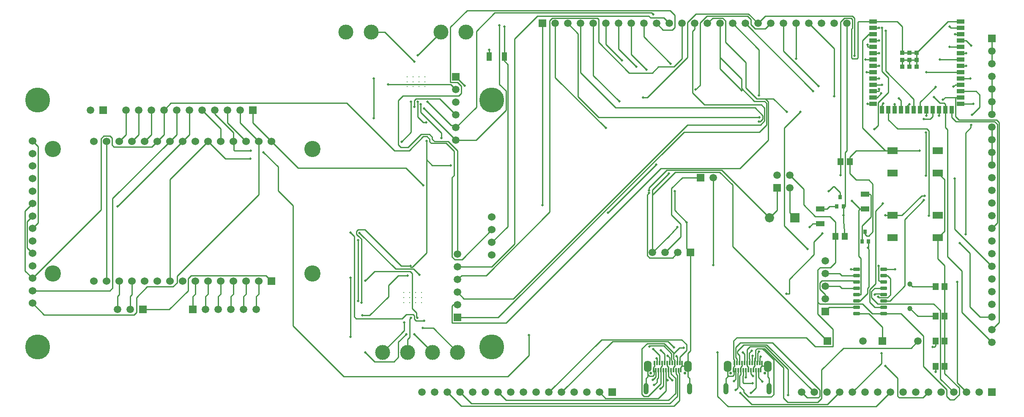
<source format=gbr>
G04*
G04 #@! TF.GenerationSoftware,Altium Limited,Altium Designer,23.1.1 (15)*
G04*
G04 Layer_Physical_Order=1*
G04 Layer_Color=255*
%FSLAX44Y44*%
%MOMM*%
G71*
G04*
G04 #@! TF.SameCoordinates,BB96B4BC-2DDC-42E6-90C6-D32D3C2E4667*
G04*
G04*
G04 #@! TF.FilePolarity,Positive*
G04*
G01*
G75*
%ADD12C,0.2540*%
%ADD14R,1.5000X0.9000*%
%ADD15R,0.9000X1.5000*%
%ADD16R,0.9000X0.9000*%
%ADD17R,0.3000X0.9500*%
%ADD18R,1.1500X1.4500*%
G04:AMPARAMS|DCode=19|XSize=1.31mm|YSize=0.62mm|CornerRadius=0.0775mm|HoleSize=0mm|Usage=FLASHONLY|Rotation=180.000|XOffset=0mm|YOffset=0mm|HoleType=Round|Shape=RoundedRectangle|*
%AMROUNDEDRECTD19*
21,1,1.3100,0.4650,0,0,180.0*
21,1,1.1550,0.6200,0,0,180.0*
1,1,0.1550,-0.5775,0.2325*
1,1,0.1550,0.5775,0.2325*
1,1,0.1550,0.5775,-0.2325*
1,1,0.1550,-0.5775,-0.2325*
%
%ADD19ROUNDEDRECTD19*%
G04:AMPARAMS|DCode=20|XSize=2.1mm|YSize=1.38mm|CornerRadius=0.1035mm|HoleSize=0mm|Usage=FLASHONLY|Rotation=180.000|XOffset=0mm|YOffset=0mm|HoleType=Round|Shape=RoundedRectangle|*
%AMROUNDEDRECTD20*
21,1,2.1000,1.1730,0,0,180.0*
21,1,1.8930,1.3800,0,0,180.0*
1,1,0.2070,-0.9465,0.5865*
1,1,0.2070,0.9465,0.5865*
1,1,0.2070,0.9465,-0.5865*
1,1,0.2070,-0.9465,-0.5865*
%
%ADD20ROUNDEDRECTD20*%
G04:AMPARAMS|DCode=21|XSize=0.94mm|YSize=1.77mm|CornerRadius=0.0658mm|HoleSize=0mm|Usage=FLASHONLY|Rotation=90.000|XOffset=0mm|YOffset=0mm|HoleType=Round|Shape=RoundedRectangle|*
%AMROUNDEDRECTD21*
21,1,0.9400,1.6384,0,0,90.0*
21,1,0.8084,1.7700,0,0,90.0*
1,1,0.1316,0.8192,0.4042*
1,1,0.1316,0.8192,-0.4042*
1,1,0.1316,-0.8192,-0.4042*
1,1,0.1316,-0.8192,0.4042*
%
%ADD21ROUNDEDRECTD21*%
G04:AMPARAMS|DCode=22|XSize=1.09mm|YSize=1.77mm|CornerRadius=0.0763mm|HoleSize=0mm|Usage=FLASHONLY|Rotation=90.000|XOffset=0mm|YOffset=0mm|HoleType=Round|Shape=RoundedRectangle|*
%AMROUNDEDRECTD22*
21,1,1.0900,1.6174,0,0,90.0*
21,1,0.9374,1.7700,0,0,90.0*
1,1,0.1526,0.8087,0.4687*
1,1,0.1526,0.8087,-0.4687*
1,1,0.1526,-0.8087,-0.4687*
1,1,0.1526,-0.8087,0.4687*
%
%ADD22ROUNDEDRECTD22*%
%ADD23R,0.7000X0.9000*%
G04:AMPARAMS|DCode=24|XSize=1.09mm|YSize=1.77mm|CornerRadius=0.0763mm|HoleSize=0mm|Usage=FLASHONLY|Rotation=180.000|XOffset=0mm|YOffset=0mm|HoleType=Round|Shape=RoundedRectangle|*
%AMROUNDEDRECTD24*
21,1,1.0900,1.6174,0,0,180.0*
21,1,0.9374,1.7700,0,0,180.0*
1,1,0.1526,-0.4687,0.8087*
1,1,0.1526,0.4687,0.8087*
1,1,0.1526,0.4687,-0.8087*
1,1,0.1526,-0.4687,-0.8087*
%
%ADD24ROUNDEDRECTD24*%
G04:AMPARAMS|DCode=25|XSize=0.94mm|YSize=1.77mm|CornerRadius=0.0658mm|HoleSize=0mm|Usage=FLASHONLY|Rotation=180.000|XOffset=0mm|YOffset=0mm|HoleType=Round|Shape=RoundedRectangle|*
%AMROUNDEDRECTD25*
21,1,0.9400,1.6384,0,0,180.0*
21,1,0.8084,1.7700,0,0,180.0*
1,1,0.1316,-0.4042,0.8192*
1,1,0.1316,0.4042,0.8192*
1,1,0.1316,0.4042,-0.8192*
1,1,0.1316,-0.4042,-0.8192*
%
%ADD25ROUNDEDRECTD25*%
%ADD41C,0.3000*%
%ADD55C,1.5000*%
%ADD56R,1.5000X1.5000*%
%ADD57C,3.0000*%
%ADD58C,1.5240*%
%ADD59C,5.0000*%
%ADD60C,1.0300*%
%ADD61R,1.5000X1.5000*%
%ADD62C,0.5500*%
%ADD63O,1.0000X2.3000*%
%ADD64O,1.6000X2.3000*%
%ADD65R,1.5300X1.5300*%
%ADD66C,1.5300*%
%ADD67C,3.2500*%
%ADD68C,1.8500*%
%ADD69R,1.8500X1.8500*%
%ADD70C,0.5000*%
D12*
X714471Y356322D02*
X787075Y283718D01*
X805942D01*
Y281218D02*
X809284D01*
X837790Y309723D02*
Y496530D01*
X809284Y281218D02*
X837790Y309723D01*
X805942Y281218D02*
Y283718D01*
X811744Y277408D02*
X823722Y265430D01*
X776060Y277408D02*
X811744D01*
X703456Y350012D02*
X776060Y277408D01*
X761810Y244412D02*
X781357Y263959D01*
X761810Y221930D02*
Y244412D01*
X781357Y263959D02*
X800060D01*
X724030Y184150D02*
X761810Y221930D01*
X804926Y272288D02*
X809120Y268094D01*
X715690Y253958D02*
X734020Y272288D01*
X804926D01*
X809120Y198284D02*
Y268094D01*
X830202Y158750D02*
X851250D01*
X900000Y256200D02*
X908214Y264414D01*
X894464Y296164D02*
X908964D01*
X900000Y230800D02*
X912868Y217932D01*
X851250Y158750D02*
X900000Y110000D01*
X889130Y203200D02*
X891330Y205400D01*
X900000D01*
X889130Y169164D02*
Y203200D01*
Y301498D02*
X894464Y296164D01*
X809120Y198284D02*
X817452Y189952D01*
X797650Y186142D02*
X811152D01*
X793626Y153626D02*
Y170434D01*
X804294Y177292D02*
X806834Y179832D01*
X804294Y140208D02*
Y177292D01*
X800000Y135914D02*
X804294Y140208D01*
X800000Y110000D02*
Y135914D01*
X817452Y182131D02*
X819750Y179832D01*
X817452Y182131D02*
Y189952D01*
X816994Y173228D02*
X832742D01*
X813438Y176784D02*
X816994Y173228D01*
X813438Y176784D02*
Y183856D01*
X811152Y186142D02*
X813438Y183856D01*
X813250Y146750D02*
X850000Y110000D01*
X734232Y91694D02*
X772544D01*
X781688Y100838D01*
X709290Y184150D02*
X724030D01*
X685640Y350266D02*
X693042Y342864D01*
X702064Y342480D02*
X702385D01*
X697146Y352626D02*
X700842Y356322D01*
X697146Y347398D02*
X702064Y342480D01*
X697146Y347398D02*
Y352626D01*
X700662Y213360D02*
Y335280D01*
X700842Y356322D02*
X714471D01*
X702385Y342480D02*
X707774Y337092D01*
Y210312D02*
Y337092D01*
X781688Y100838D02*
Y130810D01*
X797690Y146812D01*
X750000Y110000D02*
X793626Y153626D01*
X693042Y181864D02*
X697106Y177800D01*
X789308D01*
X797650Y186142D01*
X685640Y141260D02*
Y260096D01*
X693042Y181864D02*
Y342864D01*
X830960Y571726D02*
X837410D01*
X820042Y582644D02*
X830960Y571726D01*
X826614Y591445D02*
X867410Y550649D01*
Y539710D02*
Y550649D01*
X452120Y515874D02*
Y532050D01*
X450890Y533280D02*
X452120Y532050D01*
X453644Y514350D02*
X486156D01*
X452120Y515874D02*
X453644Y514350D01*
X511556Y511302D02*
X540512Y482346D01*
Y434594D02*
Y482346D01*
Y434594D02*
X570230Y404876D01*
Y163576D02*
Y404876D01*
Y163576D02*
X672084Y61722D01*
X1000506D01*
X1043178Y104394D01*
Y144526D01*
X1360170Y566420D02*
X1506604D01*
X1011682Y217932D02*
X1360170Y566420D01*
X912868Y217932D02*
X1011682D01*
X1559052Y227838D02*
X1564132D01*
Y256540D01*
X1558798Y228092D02*
X1559052Y227838D01*
X1564132Y256540D02*
X1613662Y306070D01*
Y331470D01*
X1630680Y348488D01*
X1925906Y201598D02*
Y309294D01*
X1907500Y634399D02*
X1908169Y633730D01*
X1938782D02*
X1945640Y626872D01*
X1908169Y633730D02*
X1938782D01*
X1930146Y586740D02*
X1945640Y602234D01*
Y626872D01*
X1927860Y561086D02*
Y565912D01*
X1928368Y566420D01*
X1917192Y550418D02*
X1927860Y561086D01*
X1917192Y347218D02*
Y550418D01*
X1722557Y319929D02*
X1722740Y319746D01*
X1722557Y319929D02*
Y332797D01*
X1722740Y332980D01*
X1722845Y317283D02*
Y319275D01*
X1723791Y241111D02*
Y316337D01*
X1722374Y319746D02*
X1722845Y319275D01*
Y317283D02*
X1723791Y316337D01*
X1721274Y238594D02*
X1723791Y241111D01*
X1666240Y421980D02*
Y431038D01*
X1654465Y442813D02*
X1666240Y431038D01*
X1652361Y442813D02*
X1654465D01*
X1642872Y433324D02*
X1652361Y442813D01*
X1605026Y361696D02*
X1611160Y367830D01*
X1626240D01*
X1905508Y329692D02*
X1925906Y309294D01*
Y201598D02*
X1946304Y181200D01*
X1970000D01*
X1324620Y89345D02*
X1324859D01*
X1317359Y57419D02*
Y74581D01*
Y33005D02*
Y57419D01*
X1756470Y514880D02*
X1770740D01*
X1698217D02*
X1756470D01*
X1621412Y211074D02*
Y275590D01*
Y186944D02*
Y211074D01*
X1509860Y82550D02*
Y82763D01*
Y82550D02*
X1521711D01*
X1440511Y65024D02*
Y82323D01*
Y60766D02*
Y65024D01*
X1361711Y82550D02*
Y107916D01*
X1349860Y82550D02*
Y82763D01*
Y82550D02*
X1361711D01*
X1280511Y66835D02*
Y82323D01*
Y60766D02*
Y66835D01*
X1679832Y514858D02*
Y770000D01*
X1672740Y402844D02*
X1675768D01*
X1672740Y373848D02*
Y384810D01*
Y402844D02*
Y402980D01*
Y384810D02*
Y402844D01*
X1333737Y108311D02*
X1344552Y119126D01*
X1332240Y106814D02*
X1333737Y108311D01*
X1290590Y425844D02*
Y436258D01*
Y310790D02*
Y425844D01*
X1876682Y621699D02*
X1897256D01*
X887112Y565150D02*
X896790D01*
X1468504Y640080D02*
X1494666Y613918D01*
X1425600Y701548D02*
Y770000D01*
Y678626D02*
Y701548D01*
X1516256Y619252D02*
X1532258D01*
X837790Y496530D02*
Y534456D01*
X1510708Y117816D02*
X1514717D01*
X1499860Y91948D02*
X1500820D01*
X323890Y457080D02*
X400090Y533280D01*
X323890Y253280D02*
Y457080D01*
X434768Y498602D02*
X485016D01*
X400090Y533280D02*
X434768Y498602D01*
X1750190Y673608D02*
Y761492D01*
Y673608D02*
X1762636Y661162D01*
Y631698D02*
Y661162D01*
X1742570Y611632D02*
X1762636Y631698D01*
X1742570Y565404D02*
Y611632D01*
X1734950Y557784D02*
X1742570Y565404D01*
X1070232Y405130D02*
Y769768D01*
X1070000Y770000D02*
X1070232Y769768D01*
X1853809Y622300D02*
X1865546Y610563D01*
X1874155D01*
X1877150Y607568D01*
Y596500D02*
Y607568D01*
X286800Y546990D02*
Y596240D01*
X273090Y533280D02*
X286800Y546990D01*
X1866776Y57024D02*
X1893800Y30000D01*
X1866776Y57024D02*
Y194310D01*
X1853568Y207518D02*
X1866776Y194310D01*
X1741195Y207518D02*
X1853568D01*
X1728894Y219820D02*
X1741195Y207518D01*
X1728894Y219820D02*
Y232440D01*
X1735283Y238830D01*
X1753740D01*
X1322359Y61562D02*
Y74581D01*
Y61562D02*
X1330074Y53848D01*
X1900558Y48642D02*
X1919200Y30000D01*
X1900558Y48642D02*
Y251460D01*
X1743402Y254000D02*
Y283464D01*
Y254000D02*
X1753740Y251530D01*
X1302388Y18034D02*
X1317359Y33005D01*
X1196565Y18034D02*
X1302388D01*
X1184600Y30000D02*
X1196565Y18034D01*
X1317359Y57419D02*
X1320676Y54102D01*
X1320795Y103632D02*
X1324620Y99808D01*
Y89345D02*
Y99808D01*
Y89345D02*
X1324859Y88581D01*
X1698740Y226130D02*
X1708026D01*
Y298450D01*
X1703454Y303022D02*
X1708026Y298450D01*
X1703454Y303022D02*
Y395102D01*
X1706182Y397830D01*
X1716240D01*
X1690246Y413766D02*
X1706182Y397830D01*
X1685241Y501904D02*
X1698217Y514880D01*
X1685241Y492480D02*
Y501904D01*
X1095400Y661394D02*
X1196789Y560005D01*
X1095400Y661394D02*
Y770000D01*
X1753740Y188030D02*
X1787966D01*
X1832740Y143256D01*
Y82042D02*
Y143256D01*
Y82042D02*
X1879222Y35560D01*
Y21844D02*
Y35560D01*
Y21844D02*
X1886080Y14986D01*
X1894208D01*
X1904622Y25400D01*
Y38690D01*
X1875240Y68072D02*
X1904622Y38690D01*
X1875240Y68072D02*
Y82480D01*
X1861740Y340080D02*
X1874904Y353244D01*
Y456917D01*
X1861740Y470080D02*
X1874904Y456917D01*
X1334900Y394920D02*
Y433801D01*
Y394920D02*
X1359030Y370790D01*
X1366790Y112995D02*
Y310790D01*
X1361711Y107916D02*
X1366790Y112995D01*
X1770740Y384880D02*
X1789910D01*
X1829210Y424180D01*
X1835210D01*
X1907500Y608999D02*
X1933163D01*
X1672740Y373848D02*
X1675240Y342480D01*
X1887789Y761400D02*
X1907500D01*
X1885157Y764032D02*
X1887789Y761400D01*
X1603400Y770000D02*
X1653924Y719476D01*
Y624332D02*
Y719476D01*
X1750150Y607234D02*
X1752476Y609560D01*
X1750150Y596500D02*
Y607234D01*
X1732500Y659799D02*
X1743840D01*
X1247800Y707622D02*
X1278258Y677164D01*
X1247800Y707622D02*
Y770000D01*
X1851750Y583184D02*
Y596500D01*
X1846670Y578104D02*
X1851750Y583184D01*
X1833502Y578104D02*
X1846670D01*
X1503810Y573278D02*
X1506350D01*
X1511136Y578064D01*
Y585216D01*
X1495642Y600710D02*
X1511136Y585216D01*
X1216536Y600710D02*
X1495642D01*
X1146200Y671046D02*
X1216536Y600710D01*
X1146200Y671046D02*
Y770000D01*
X1120800D02*
X1141352Y749448D01*
Y623158D02*
Y749448D01*
Y623158D02*
X1183104Y581406D01*
X1504826D01*
X1864450Y585216D02*
Y596500D01*
X1762850Y576874D02*
Y596500D01*
Y576874D02*
X1780924Y558800D01*
X1840106D01*
X1844170Y554736D01*
Y384400D02*
Y554736D01*
X1897128Y647100D02*
X1907500D01*
X1893065Y643036D02*
X1897128Y647100D01*
X908964Y296164D02*
X968810Y356010D01*
X889130Y301498D02*
Y461010D01*
X892940Y464820D01*
Y514096D01*
X877446Y529590D02*
X892940Y514096D01*
X847147Y529590D02*
X877446D01*
X844353Y532384D02*
X847147Y529590D01*
X844353Y532384D02*
Y537972D01*
X839019Y543306D02*
X844353Y537972D01*
X831479Y543306D02*
X839019D01*
X803031Y514858D02*
X831479Y543306D01*
X773560Y514858D02*
X803031D01*
X678310Y610108D02*
X773560Y514858D01*
X326067Y610108D02*
X678310D01*
X312199Y596240D02*
X326067Y610108D01*
X312199Y546990D02*
Y596240D01*
X298490Y533280D02*
X312199Y546990D01*
X33912Y393912D02*
X48810Y408810D01*
X33912Y273708D02*
Y393912D01*
Y273708D02*
X48810Y258810D01*
X1344552Y119126D02*
X1352680D01*
X1332240Y99681D02*
X1332710Y99211D01*
Y96495D02*
Y99211D01*
Y96495D02*
X1334860Y94345D01*
Y88581D02*
Y94345D01*
X1307360Y47141D02*
Y74581D01*
X1282063Y21844D02*
X1307360Y47141D01*
X1273686Y21844D02*
X1282063D01*
X1269114Y26416D02*
X1273686Y21844D01*
X1269114Y26416D02*
Y117558D01*
X1279640Y128084D01*
X1313964D01*
X1333737Y108311D01*
X1332240Y99681D02*
Y106814D01*
X1644490Y200730D02*
X1698740D01*
X1636240Y192480D02*
X1644490Y200730D01*
X1907500Y659799D02*
X1927062D01*
X362999Y546990D02*
Y596240D01*
X349290Y533280D02*
X362999Y546990D01*
X219107Y403098D02*
X349290Y533280D01*
X1907500Y685200D02*
X1918846D01*
X1895224Y357576D02*
Y458724D01*
Y357576D02*
X1970000Y282800D01*
X1290590Y436258D02*
X1322962Y468630D01*
X1450724Y322497D02*
X1640740Y132480D01*
X1450724Y322497D02*
Y446024D01*
X1425188Y471560D02*
X1450724Y446024D01*
X1336306Y471560D02*
X1425188D01*
X1290590Y425844D02*
X1336306Y471560D01*
X1290590Y310790D02*
X1322962Y343162D01*
X1340488Y361290D01*
X1742062Y221488D02*
X1743840Y219710D01*
X1761366D01*
X1767208Y225552D01*
Y258064D01*
X1761042Y264230D02*
X1767208Y258064D01*
X1753740Y264230D02*
X1761042D01*
X1821840Y182480D02*
X1857240D01*
X1806240Y198080D02*
X1821840Y182480D01*
X1753740Y276930D02*
X1776190D01*
X1810641Y242480D02*
X1857240D01*
X1806240Y246880D02*
X1810641Y242480D01*
X1294006Y44704D02*
X1299607Y50305D01*
Y56388D01*
X1302359Y59141D01*
Y74581D01*
X981400Y30000D02*
X997176Y14224D01*
X1322708D01*
X1336384Y27900D01*
Y58032D01*
X1327360Y67056D02*
X1336384Y58032D01*
X1327360Y67056D02*
Y74581D01*
X1284100Y121666D02*
X1285584Y123150D01*
X1312881D01*
X1328430Y107602D01*
Y96228D02*
Y107602D01*
Y96228D02*
X1329859Y88581D01*
X1298578Y98298D02*
X1299861Y97015D01*
Y88581D02*
Y97015D01*
X1897256Y621699D02*
X1907500D01*
X1897256Y583184D02*
Y621699D01*
Y583184D02*
X1903660Y576780D01*
X1979552D01*
X1984580Y571752D01*
Y170380D02*
Y571752D01*
X1970000Y155800D02*
X1984580Y170380D01*
X1871856Y616874D02*
X1876682Y621699D01*
X968810Y330610D02*
X1000891Y362690D01*
Y687252D01*
X993460Y694682D02*
X1000891Y687252D01*
X993460Y694682D02*
Y703810D01*
X48810Y233810D02*
X203713D01*
X209426Y239522D01*
Y418816D01*
X323890Y533280D01*
X337599Y546990D02*
Y596240D01*
X323890Y533280D02*
X337599Y546990D01*
X48810Y208810D02*
X72200Y185420D01*
X252352D01*
X257432Y190500D01*
Y220472D01*
X278768Y241808D01*
X330076D01*
X338204Y249936D01*
Y263488D01*
X501690Y426974D01*
Y533280D01*
X1866014Y697899D02*
X1907500D01*
X1554610Y560832D02*
X1586360Y592582D01*
X1554610Y363982D02*
Y560832D01*
Y363982D02*
X1601346Y317246D01*
X464599Y570370D02*
Y596240D01*
Y570370D02*
X501690Y533280D01*
X1885318Y723299D02*
X1907500D01*
X1837820Y464625D02*
Y550926D01*
X1753740Y213430D02*
X1765684D01*
X1795656Y243402D01*
Y376936D01*
X1834010Y415290D01*
X1918177Y736000D02*
X1929006Y725170D01*
X1907500Y736000D02*
X1918177D01*
X261399Y546990D02*
Y596240D01*
X247690Y533280D02*
X261399Y546990D01*
X236000D02*
Y596240D01*
X222290Y533280D02*
X236000Y546990D01*
X515956Y264414D02*
X527090Y253280D01*
X366144Y264414D02*
X515956D01*
X360302Y258572D02*
X366144Y264414D01*
X360302Y233680D02*
Y258572D01*
X322862Y196240D02*
X360302Y233680D01*
X270000Y196240D02*
X322862D01*
X1743748Y710600D02*
X1743840Y710692D01*
X1732500Y710600D02*
X1743748D01*
X1516430Y759230D02*
X1527200Y770000D01*
X1495936Y759230D02*
X1516430D01*
X1487300Y767866D02*
X1495936Y759230D01*
X1487300Y767866D02*
Y778256D01*
X1480976Y784580D02*
X1487300Y778256D01*
X1399136Y784580D02*
X1480976D01*
X1385700Y771144D02*
X1399136Y784580D01*
X1385700Y646176D02*
Y771144D01*
X1376810Y637286D02*
X1385700Y646176D01*
X1717263Y697899D02*
X1732500D01*
X1695326Y705358D02*
Y780262D01*
X1691008Y784580D02*
X1695326Y780262D01*
X1516380Y784580D02*
X1691008D01*
X1501800Y770000D02*
X1516380Y784580D01*
X1482622Y789178D02*
X1501800Y770000D01*
X1377572Y789178D02*
X1482622D01*
X1360300Y771906D02*
X1377572Y789178D01*
X1360300Y701787D02*
Y771906D01*
X1280051Y621538D02*
X1360300Y701787D01*
X1271654Y621538D02*
X1280051D01*
X1826350Y611846D02*
X1857124Y642620D01*
X1826350Y596500D02*
Y611846D01*
X908214Y264414D02*
X957456D01*
X1084630Y391588D01*
Y775864D01*
X1089536Y780770D01*
X1179856D01*
X1182371Y778256D01*
Y732158D02*
Y778256D01*
Y732158D02*
X1243968Y670560D01*
X1289942D01*
X1302388Y683006D01*
X1333082D01*
X1349400Y699324D01*
Y770000D01*
X1288820Y791464D02*
X1291894Y788390D01*
X974728Y791464D02*
X1288820D01*
X937898Y754634D02*
X974728Y791464D01*
X937898Y602299D02*
Y754634D01*
X896790Y561190D02*
X937898Y602299D01*
X1839050Y585216D02*
Y596500D01*
X1312911Y781090D02*
X1324000Y770000D01*
X1286574Y781090D02*
X1312911D01*
X1282550Y785114D02*
X1286574Y781090D01*
X1060072Y785114D02*
X1282550D01*
X1014098Y739140D02*
X1060072Y785114D01*
X1014098Y327406D02*
Y739140D01*
X968292Y281600D02*
X1014098Y327406D01*
X900000Y281600D02*
X968292D01*
X833114Y599466D02*
X896790Y535790D01*
X1298600Y770000D02*
X1311426Y757174D01*
X1330074D01*
X1334900Y762000D01*
Y786384D01*
X1325502Y795782D02*
X1334900Y786384D01*
X919102Y795782D02*
X1325502D01*
X885828Y762508D02*
X919102Y795782D01*
X885828Y652018D02*
Y762508D01*
Y652018D02*
X899798D01*
X907672Y644144D01*
Y629920D02*
Y644144D01*
X902592Y624840D02*
X907672Y629920D01*
X790578Y624840D02*
X902592D01*
X781434Y615696D02*
X790578Y624840D01*
X781434Y526288D02*
Y615696D01*
Y526288D02*
X786514Y521208D01*
X800588D01*
X827063Y547683D01*
X843747D01*
X849252Y542178D01*
Y537972D02*
Y542178D01*
Y537972D02*
X853824Y533400D01*
X881256D01*
X900000Y514656D01*
Y307000D02*
Y514656D01*
X826614Y591445D02*
Y607568D01*
X820114Y706114D02*
X866789Y752790D01*
X1565400Y390000D02*
Y440000D01*
Y390000D02*
X1575400Y380000D01*
X1412190Y285390D02*
Y460790D01*
X1425600Y678626D02*
X1468504Y635722D01*
X1783932Y620014D02*
X1788250Y615696D01*
Y596500D02*
Y615696D01*
X900000Y180000D02*
X981500D01*
X1353402Y551902D01*
X1504064D01*
X1518756Y566595D01*
Y610148D01*
X1514986Y613918D02*
X1518756Y610148D01*
X1494666Y613918D02*
X1514986D01*
X1468504Y640080D02*
Y658644D01*
X1425600Y701548D02*
X1468504Y658644D01*
X886226Y647954D02*
X896790Y637390D01*
X761440Y647954D02*
X886226D01*
X1800950Y596500D02*
Y605536D01*
X1805054Y607822D01*
X1532258Y619252D02*
X1559182Y592328D01*
X1436500Y732536D02*
X1477140Y691896D01*
X1430912Y780770D02*
X1436500Y775182D01*
X1400200Y770000D02*
X1410970Y780770D01*
X1283789Y435513D02*
Y439914D01*
X1319245Y475370D01*
X1429230D01*
X1524600Y380000D01*
X1540000Y395401D02*
Y440000D01*
X1524600Y380000D02*
X1540000Y395401D01*
X1808132Y118872D02*
X1821740Y132480D01*
X1672720Y118872D02*
X1808132D01*
X1628980Y75132D02*
X1672720Y118872D01*
X1628980Y17728D02*
Y75132D01*
X1621666Y10414D02*
X1628980Y17728D01*
X1560960Y10414D02*
X1621666D01*
X1552832Y18542D02*
X1560960Y10414D01*
X1552832Y18542D02*
Y79702D01*
X1514717Y117816D02*
X1552832Y79702D01*
X1494860Y88581D02*
X1497010Y100504D01*
X1690600Y30000D02*
X1748920Y88320D01*
Y108712D01*
X1489859Y102889D02*
X1490602Y103632D01*
X1489859Y88581D02*
Y102889D01*
X1497360Y69048D02*
Y74581D01*
Y69048D02*
X1497735Y68674D01*
Y38883D02*
Y68674D01*
X1487300Y28448D02*
X1497735Y38883D01*
X1466472Y28448D02*
X1489332Y5588D01*
X1640788D01*
X1665200Y30000D01*
X1459861Y88581D02*
Y97114D01*
X1456860Y100116D02*
X1459861Y97114D01*
X1456860Y100116D02*
Y119888D01*
X1466250Y129279D01*
X1530435D01*
X1625170Y34544D01*
Y22300D02*
Y34544D01*
X1621920Y19050D02*
X1625170Y22300D01*
X1599950Y19050D02*
X1621920D01*
X1589000Y30000D02*
X1599950Y19050D01*
X1499860Y88581D02*
Y91948D01*
X1500820D02*
Y108516D01*
X1503810Y111506D01*
X1467360Y66040D02*
Y74581D01*
X1464981Y63661D02*
X1467360Y66040D01*
X1464981Y42560D02*
Y63661D01*
Y42560D02*
X1472782Y34758D01*
Y30480D02*
Y34758D01*
Y30480D02*
X1482180Y21082D01*
X1528448D01*
X1533020Y25654D01*
Y95504D01*
X1510708Y117816D02*
X1533020Y95504D01*
X1500000Y117816D02*
X1510708D01*
X1497010Y114826D02*
X1500000Y117816D01*
X1497010Y100504D02*
Y114826D01*
X1494860Y98354D02*
X1497010Y100504D01*
X1494860Y88581D02*
Y98354D01*
X1561722Y24892D02*
Y76200D01*
X1516296Y121626D02*
X1561722Y76200D01*
X1485662Y121626D02*
X1516296D01*
X1479860Y115824D02*
X1485662Y121626D01*
X1479860Y88581D02*
Y115824D01*
X1484860Y88581D02*
Y96902D01*
X1484292Y97470D02*
X1484860Y96902D01*
X1484292Y97470D02*
Y108799D01*
X1488924Y113431D01*
X1518964Y125436D02*
X1614400Y30000D01*
X1473453Y125436D02*
X1518964D01*
X1460670Y112653D02*
X1473453Y125436D01*
X1460670Y108372D02*
Y112653D01*
Y108372D02*
X1464862Y104180D01*
Y88581D02*
Y104180D01*
X1454861Y88581D02*
Y94494D01*
X1453050Y96306D02*
X1454861Y94494D01*
X1453050Y96306D02*
Y133644D01*
X1459360Y139954D01*
X1598044D01*
X1616332Y121666D01*
X1651638D01*
Y156718D01*
X1621412Y186944D02*
X1651638Y156718D01*
X1621412Y275590D02*
X1625984Y280162D01*
X1646826D02*
X1657240Y290576D01*
X1504860Y88581D02*
Y99094D01*
X1507366Y101600D01*
X1756540Y83058D02*
X1781178Y58420D01*
Y22352D02*
Y58420D01*
Y22352D02*
X1784480Y19050D01*
X1832050D01*
X1843000Y30000D01*
X1472822Y48514D02*
X1490856D01*
X1471044Y50292D02*
X1472822Y48514D01*
X1471044Y50292D02*
Y62692D01*
X1472360Y64008D01*
Y74581D01*
X1324859Y88581D02*
Y89345D01*
X1477359Y59690D02*
Y74581D01*
X1487360Y66802D02*
Y74581D01*
Y66802D02*
X1491424Y62738D01*
X1457361Y56674D02*
Y74581D01*
X1453264Y52578D02*
X1457361Y56674D01*
X796928Y480060D02*
X831472Y445516D01*
X580310Y480060D02*
X796928D01*
X527090Y533280D02*
X580310Y480060D01*
X1698740Y213430D02*
X1706064D01*
X1721274Y228640D01*
Y238594D01*
X1857240Y123952D02*
Y132480D01*
X1854700Y121412D02*
X1857240Y123952D01*
X1851536Y121412D02*
X1854700D01*
X1735204Y226130D02*
X1735840D01*
X1737591Y227881D01*
X1746710D01*
X1748461Y226130D01*
X1753740D01*
X1736982Y393700D02*
X1752044Y408762D01*
X1736982Y248149D02*
Y393700D01*
X1725084Y236250D02*
X1736982Y248149D01*
X1725084Y211149D02*
Y236250D01*
Y211149D02*
X1735502Y200730D01*
X1753740D01*
X889130Y169164D02*
X997080D01*
X1307096Y479180D01*
X1465592D01*
X1522606Y536194D01*
Y612902D01*
X1516256Y619252D02*
X1522606Y612902D01*
X1498984Y619252D02*
X1516256D01*
X1477140Y641096D02*
X1498984Y619252D01*
X1477140Y641096D02*
Y691896D01*
X1436500Y732536D02*
Y775182D01*
X1410970Y780770D02*
X1430912D01*
X48810Y258810D02*
X185804Y395804D01*
Y538734D01*
X191392Y544322D01*
X203584D01*
X207902Y540004D01*
Y526288D02*
Y540004D01*
Y526288D02*
X211966Y522224D01*
X287433D01*
X298490Y533280D01*
X849111Y485209D02*
X886557D01*
X837790Y496530D02*
X849111Y485209D01*
X1756610Y384880D02*
X1770740D01*
X1698740Y188030D02*
X1723520D01*
X1750740Y160810D01*
Y132480D02*
Y160810D01*
X1703200Y774100D02*
X1732500D01*
X1701676Y772576D02*
X1703200Y774100D01*
X1701676Y701040D02*
Y772576D01*
X1699644Y699008D02*
X1701676Y701040D01*
X1691008Y699008D02*
X1699644D01*
X1688976Y701040D02*
X1691008Y699008D01*
X1688976Y701040D02*
Y759206D01*
X1690370Y760601D01*
Y778256D01*
X1687856Y780770D02*
X1690370Y778256D01*
X1674752Y780770D02*
X1687856D01*
X1667240Y773258D02*
X1674752Y780770D01*
X1667240Y492480D02*
Y773258D01*
X1315990Y310790D02*
X1346838Y341638D01*
Y367792D01*
X1328550Y386080D02*
X1346838Y367792D01*
X1328550Y386080D02*
Y439166D01*
X1350174Y460790D01*
X1386790D01*
X1552600Y714734D02*
Y770000D01*
Y714734D02*
X1622936Y644398D01*
X1306732Y114554D02*
X1314485Y106801D01*
Y97697D02*
Y106801D01*
Y97697D02*
X1314860Y97322D01*
Y88581D02*
Y97322D01*
X1339860Y88581D02*
Y100825D01*
X1338710Y101974D02*
X1339860Y100825D01*
X1321624Y131894D02*
X1333630Y119888D01*
X1210293Y131894D02*
X1321624D01*
X1108400Y30000D02*
X1210293Y131894D01*
X1657240Y290576D02*
Y342480D01*
X1625984Y280162D02*
X1646826D01*
X1621412Y211074D02*
X1625476Y207010D01*
X1711144D01*
X1730124Y188030D01*
X1753740D01*
X1506604Y566420D02*
X1514946Y574762D01*
Y600496D01*
X1508382Y607060D02*
X1514946Y600496D01*
X1394336Y607060D02*
X1508382D01*
X1370460Y630936D02*
X1394336Y607060D01*
X1370460Y630936D02*
Y754126D01*
X1374800Y758466D01*
Y770000D01*
X1775550Y596500D02*
Y607742D01*
X1775590Y607782D01*
X1503556Y625602D02*
Y717444D01*
X1451000Y770000D02*
X1503556Y717444D01*
X1171600Y665712D02*
Y770000D01*
Y665712D02*
X1223902Y613410D01*
X1721234Y608838D02*
X1721396Y608999D01*
X1732500D01*
X1201296Y390144D02*
X1297816Y486664D01*
X1732500Y621699D02*
X1740284D01*
X1748412Y629827D01*
X1197000Y727942D02*
X1229236Y695706D01*
X1197000Y727942D02*
Y770000D01*
X1732500Y634399D02*
X1743748D01*
X1743840Y634492D01*
Y638556D01*
X1476400Y770000D02*
X1611908Y634492D01*
X896790Y535790D02*
X936732D01*
X997081Y596138D01*
Y634745D01*
X983872Y647954D02*
X997081Y634745D01*
X983872Y647954D02*
Y766318D01*
X1578000Y699516D02*
Y770000D01*
X896790Y662790D02*
X914276Y645304D01*
X787790Y532384D02*
X807114Y551708D01*
Y612648D01*
X864128Y619252D02*
X896790Y586590D01*
X817248Y619252D02*
X864128D01*
X813692Y615696D02*
X817248Y619252D01*
X813692Y602742D02*
Y615696D01*
X1907500Y710600D02*
X1918846D01*
X1732500Y647100D02*
X1750190D01*
X1222400Y718798D02*
X1257684Y683514D01*
X1222400Y718798D02*
Y770000D01*
X1732500Y685200D02*
X1743840D01*
X1721234Y723392D02*
Y727456D01*
Y723392D02*
X1721326Y723299D01*
X1732500D01*
X1757302Y674370D02*
Y755142D01*
Y674370D02*
X1813650Y618022D01*
Y596500D02*
Y618022D01*
X1710856Y560495D02*
X1756470Y514880D01*
X1710856Y560495D02*
Y736035D01*
X1723520Y748699D01*
X1732500D01*
X1896240D02*
X1907500D01*
X1770740Y514880D02*
X1825431D01*
X1877150Y561380D02*
Y596500D01*
Y561380D02*
X1881508Y557022D01*
Y302260D02*
Y557022D01*
Y302260D02*
X1909956Y273812D01*
Y190444D02*
Y273812D01*
Y190444D02*
X1970000Y130400D01*
X1502360Y60124D02*
Y74581D01*
Y60124D02*
X1510668Y51816D01*
X1457074Y34384D02*
X1461171Y38481D01*
Y68326D01*
X1462360Y69515D01*
Y74581D01*
X1344860Y88581D02*
Y100330D01*
X1358990Y114460D01*
Y125730D01*
X1349017Y135704D02*
X1358990Y125730D01*
X1188703Y135704D02*
X1349017D01*
X1083000Y30000D02*
X1188703Y135704D01*
X1291825Y116840D02*
X1304888Y103777D01*
Y92015D02*
Y103777D01*
X1304861Y91988D02*
X1304888Y92015D01*
X1304861Y88581D02*
Y91988D01*
X1319860Y82764D02*
Y88581D01*
Y82764D02*
X1322359Y80264D01*
Y74581D02*
Y80264D01*
X1474860Y88581D02*
Y106420D01*
X1471044Y110236D02*
X1474860Y106420D01*
X1420752Y22352D02*
Y110236D01*
Y22352D02*
X1441453Y1651D01*
X1738451D01*
X1766800Y30000D01*
X1479860Y82764D02*
Y88581D01*
Y82764D02*
X1482360Y80264D01*
Y74581D02*
Y80264D01*
X963410Y703810D02*
Y717042D01*
X1291264Y54610D02*
X1297360Y60706D01*
Y74581D01*
X1306706Y37084D02*
X1312360Y42738D01*
Y74581D01*
X905200Y30000D02*
X927913Y7286D01*
X1325248D01*
X1340194Y22233D01*
Y63968D01*
X1337360Y66803D02*
X1340194Y63968D01*
X1337360Y66803D02*
Y74581D01*
X1342360Y69423D02*
Y74581D01*
Y69423D02*
X1344258Y67524D01*
Y13168D02*
Y67524D01*
X1333376Y2286D02*
X1344258Y13168D01*
X907514Y2286D02*
X1333376D01*
X879800Y30000D02*
X907514Y2286D01*
X1636240Y217880D02*
Y226218D01*
X1625222Y237236D02*
X1636240Y226218D01*
X1625222Y237236D02*
Y249936D01*
X1629540Y254254D01*
X1692602D01*
X1695326Y251530D01*
X1698740D01*
X1857240Y71490D02*
Y82480D01*
X1857124Y71374D02*
X1857240Y71490D01*
X1330574Y299974D02*
X1341390Y310790D01*
X1284608Y299974D02*
X1330574D01*
X1279782Y304800D02*
X1284608Y299974D01*
X1279782Y304800D02*
Y425704D01*
X1283789Y429711D01*
X993460Y703810D02*
Y763990D01*
X1839182Y672499D02*
X1907500D01*
X1719710D02*
X1732500D01*
X1273200Y742928D02*
X1326772Y689356D01*
X1273200Y742928D02*
Y770000D01*
X715690Y110236D02*
X734232Y91694D01*
X754323Y752790D02*
X813692Y693420D01*
X726789Y752790D02*
X754323D01*
X1657240Y342480D02*
Y371856D01*
X1646064Y383032D02*
X1657240Y371856D01*
X1616586Y383032D02*
X1646064D01*
X1593472Y406146D02*
X1616586Y383032D01*
X1593472Y406146D02*
Y437328D01*
X1565400Y465400D02*
X1593472Y437328D01*
X1667240Y465400D02*
Y492480D01*
X1743748Y736000D02*
X1743840Y736092D01*
X1732500Y736000D02*
X1743748D01*
X896790Y561190D02*
Y565150D01*
X839614Y612648D02*
X887112Y565150D01*
X820042Y582644D02*
Y612648D01*
X1732500Y774100D02*
X1780416D01*
X1791000Y763516D01*
Y710900D02*
Y763516D01*
X1819000Y710900D02*
X1882199Y774100D01*
X1907500D01*
X1440511Y65024D02*
X1442797Y62738D01*
X1451232D01*
X1453264Y64770D01*
Y73677D01*
X1452360Y74581D02*
X1453264Y73677D01*
X1280511Y66835D02*
X1284608Y62738D01*
X1290958D01*
X1293244Y65024D01*
Y73697D01*
X1292360Y74581D02*
X1293244Y73697D01*
X388400Y596240D02*
X425490Y559150D01*
Y533280D02*
Y559150D01*
X413800Y588270D02*
Y596240D01*
Y588270D02*
X450890Y551180D01*
Y533280D02*
Y551180D01*
X439199Y570370D02*
X476290Y533280D01*
X439199Y570370D02*
Y596240D01*
X490000Y570370D02*
X527090Y533280D01*
X490000Y570370D02*
Y596240D01*
X1521711Y82323D02*
Y82550D01*
X1361711Y82323D02*
Y82550D01*
X1743748Y761400D02*
X1743840Y761492D01*
X1732500Y761400D02*
X1743748D01*
X1889850Y581192D02*
Y596500D01*
Y581192D02*
X1898072Y572970D01*
X1975488D01*
X1980770Y567688D01*
Y369770D02*
Y567688D01*
X1970000Y359000D02*
X1980770Y369770D01*
X1359030Y318549D02*
Y370790D01*
Y318549D02*
X1366790Y310790D01*
X1688468Y276930D02*
X1698740D01*
X1716240Y346925D02*
Y351980D01*
Y346925D02*
X1719456Y343710D01*
X1723520D01*
X1731648Y351838D01*
Y447802D01*
X1723520Y455930D02*
X1731648Y447802D01*
X1698703Y455930D02*
X1723520D01*
X1685241Y469392D02*
X1698703Y455930D01*
X1685241Y469392D02*
Y492480D01*
X1716240Y427880D02*
X1725552D01*
X1727838Y425594D01*
Y381825D02*
Y425594D01*
X1709740Y363728D02*
X1727838Y381825D01*
X1709740Y332980D02*
Y363728D01*
X1679600Y770000D02*
X1679832D01*
X1676276Y511302D02*
X1679832Y514858D01*
X1676276Y403352D02*
Y511302D01*
X1675768Y402844D02*
X1676276Y403352D01*
X732158Y580136D02*
Y659377D01*
X48810Y533809D02*
X59820Y522800D01*
Y369819D02*
Y522800D01*
X48810Y358810D02*
X59820Y369819D01*
X37722Y319898D02*
X48810Y308810D01*
X37722Y319898D02*
Y372722D01*
X48810Y383810D01*
X1970000Y587600D02*
Y613000D01*
Y638400D01*
Y663800D01*
X196890Y253280D02*
Y533280D01*
X1819000Y682900D02*
Y696900D01*
X1805000D02*
X1819000D01*
X1805000Y682900D02*
Y696900D01*
X1791000D02*
X1805000D01*
X1791000Y682900D02*
Y696900D01*
X1819000D02*
Y710900D01*
X1805000D02*
X1819000D01*
X1791000D02*
X1805000D01*
X1861740Y297980D02*
Y340080D01*
Y297980D02*
X1875240Y284480D01*
Y242480D02*
Y284480D01*
Y182480D02*
Y242480D01*
Y82480D02*
Y132480D01*
Y182480D01*
X1970000Y486000D02*
Y511400D01*
Y536800D01*
Y562200D01*
X1361711Y60765D02*
Y82323D01*
Y60765D02*
X1364310Y58166D01*
Y36821D02*
Y58166D01*
X1349860Y82763D02*
Y88581D01*
X1347360Y80264D02*
X1349860Y82763D01*
X1347360Y74581D02*
Y80264D01*
X1277911Y58166D02*
X1280511Y60766D01*
X1277911Y36821D02*
Y58166D01*
X1294861Y82765D02*
Y88581D01*
X1292360Y80264D02*
X1294861Y82765D01*
X1292360Y74581D02*
Y80264D01*
X1521711Y60765D02*
Y82323D01*
Y60765D02*
X1524310Y58166D01*
Y36821D02*
Y58166D01*
X1509860Y82763D02*
Y88581D01*
X1507360Y80264D02*
X1509860Y82763D01*
X1507360Y74581D02*
Y80264D01*
X1437911Y58166D02*
X1440511Y60766D01*
X1437911Y36821D02*
Y58166D01*
X1454861Y82765D02*
Y88581D01*
X1452360Y80264D02*
X1454861Y82765D01*
X1452360Y74581D02*
Y80264D01*
X1334860Y82764D02*
Y88581D01*
X1332360Y80264D02*
X1334860Y82764D01*
X1332360Y74581D02*
Y80264D01*
X1309861Y82765D02*
Y88581D01*
X1307360Y80264D02*
X1309861Y82765D01*
X1307360Y74581D02*
Y80264D01*
X1669550Y238830D02*
X1698740D01*
X1665100Y243280D02*
X1669550Y238830D01*
X1636240Y243280D02*
X1665100D01*
X1669550Y264230D02*
X1698740D01*
X1665100Y268680D02*
X1669550Y264230D01*
X1636240Y268680D02*
X1665100D01*
X1645308Y402980D02*
X1659740D01*
X1640208Y397880D02*
X1645308Y402980D01*
X1626240Y397880D02*
X1640208D01*
X1970000Y714600D02*
Y740000D01*
Y689200D02*
Y714600D01*
X247690Y226102D02*
Y253280D01*
X244600Y223012D02*
X247690Y226102D01*
X244600Y196240D02*
Y223012D01*
X222290Y226102D02*
Y253280D01*
X219200Y223012D02*
X222290Y226102D01*
X219200Y196240D02*
Y223012D01*
X374690Y226940D02*
Y253280D01*
X370000Y222250D02*
X374690Y226940D01*
X370000Y196240D02*
Y222250D01*
X400090Y226940D02*
Y253280D01*
X395400Y222250D02*
X400090Y226940D01*
X395400Y196240D02*
Y222250D01*
X425490Y226940D02*
Y253280D01*
X420800Y222250D02*
X425490Y226940D01*
X420800Y196240D02*
Y222250D01*
X450890Y226940D02*
Y253280D01*
X446200Y222250D02*
X450890Y226940D01*
X446200Y196240D02*
Y222250D01*
X476290Y226940D02*
Y253280D01*
X471600Y222250D02*
X476290Y226940D01*
X471600Y196240D02*
Y222250D01*
X501690Y226940D02*
Y253280D01*
X497000Y222250D02*
X501690Y226940D01*
X497000Y196240D02*
Y222250D01*
X1494860Y82764D02*
Y88581D01*
X1492360Y80264D02*
X1494860Y82764D01*
X1492360Y74581D02*
Y80264D01*
X1469861Y82765D02*
Y88581D01*
X1467360Y80264D02*
X1469861Y82765D01*
X1467360Y74581D02*
Y80264D01*
D14*
X1732500Y774100D02*
D03*
Y761400D02*
D03*
Y748699D02*
D03*
Y736000D02*
D03*
Y723299D02*
D03*
Y710600D02*
D03*
Y697899D02*
D03*
Y685200D02*
D03*
Y672499D02*
D03*
Y659799D02*
D03*
Y647100D02*
D03*
Y634399D02*
D03*
Y621699D02*
D03*
Y608999D02*
D03*
X1907500D02*
D03*
Y621699D02*
D03*
Y634399D02*
D03*
Y647100D02*
D03*
Y659799D02*
D03*
Y672499D02*
D03*
Y685200D02*
D03*
Y697899D02*
D03*
Y710600D02*
D03*
Y723299D02*
D03*
Y736000D02*
D03*
Y748699D02*
D03*
Y761400D02*
D03*
Y774100D02*
D03*
D15*
X1750150Y596500D02*
D03*
X1762850D02*
D03*
X1775550D02*
D03*
X1788250D02*
D03*
X1800950D02*
D03*
X1813650D02*
D03*
X1826350D02*
D03*
X1839050D02*
D03*
X1851750D02*
D03*
X1864450D02*
D03*
X1877150D02*
D03*
X1889850D02*
D03*
D16*
X1805000Y696900D02*
D03*
X1819000D02*
D03*
X1791000D02*
D03*
X1819000Y710900D02*
D03*
X1805000D02*
D03*
X1791000D02*
D03*
Y682900D02*
D03*
X1805000D02*
D03*
X1819000D02*
D03*
D17*
X1454861Y88581D02*
D03*
X1459861D02*
D03*
X1464862D02*
D03*
X1469861D02*
D03*
X1474860D02*
D03*
X1479860D02*
D03*
X1484860D02*
D03*
X1489859D02*
D03*
X1494860D02*
D03*
X1499860D02*
D03*
X1504860D02*
D03*
X1509860D02*
D03*
X1507360Y74581D02*
D03*
X1502360D02*
D03*
X1497360D02*
D03*
X1492360D02*
D03*
X1487360D02*
D03*
X1482360D02*
D03*
X1477359D02*
D03*
X1472360D02*
D03*
X1467360D02*
D03*
X1462360D02*
D03*
X1457361D02*
D03*
X1452360D02*
D03*
X1292360D02*
D03*
X1297360D02*
D03*
X1302359D02*
D03*
X1307360D02*
D03*
X1312360D02*
D03*
X1317359D02*
D03*
X1322359D02*
D03*
X1327360D02*
D03*
X1332360D02*
D03*
X1337360D02*
D03*
X1342360D02*
D03*
X1347360D02*
D03*
X1349860Y88581D02*
D03*
X1344860D02*
D03*
X1339860D02*
D03*
X1334860D02*
D03*
X1329859D02*
D03*
X1324859D02*
D03*
X1319860D02*
D03*
X1314860D02*
D03*
X1309861D02*
D03*
X1304861D02*
D03*
X1299861D02*
D03*
X1294861D02*
D03*
D18*
X1875240Y242480D02*
D03*
X1857240D02*
D03*
X1875240Y182480D02*
D03*
X1857240D02*
D03*
Y82480D02*
D03*
X1875240D02*
D03*
X1857240Y132480D02*
D03*
X1875240D02*
D03*
X1657240Y342480D02*
D03*
X1675240D02*
D03*
X1667240Y492480D02*
D03*
X1685241D02*
D03*
D19*
X1698740Y188030D02*
D03*
Y200730D02*
D03*
X1753740Y276930D02*
D03*
X1698740Y264230D02*
D03*
X1753740D02*
D03*
Y238830D02*
D03*
X1698740Y276930D02*
D03*
X1753740Y251530D02*
D03*
X1698740D02*
D03*
Y238830D02*
D03*
Y213430D02*
D03*
X1753740Y226130D02*
D03*
Y213430D02*
D03*
Y188030D02*
D03*
X1698740Y226130D02*
D03*
X1753740Y200730D02*
D03*
D20*
X1861740Y384880D02*
D03*
Y340080D02*
D03*
X1770740Y384880D02*
D03*
Y340080D02*
D03*
X1861740Y514880D02*
D03*
Y470080D02*
D03*
X1770740Y514880D02*
D03*
Y470080D02*
D03*
D21*
X1626240Y397880D02*
D03*
X1716240Y427880D02*
D03*
D22*
X1626240Y367830D02*
D03*
X1716240Y397830D02*
D03*
D23*
X1666240Y421980D02*
D03*
X1672740Y402980D02*
D03*
X1659740D02*
D03*
X1716240Y351980D02*
D03*
X1722740Y332980D02*
D03*
X1709740D02*
D03*
D24*
X993460Y703810D02*
D03*
D25*
X963410D02*
D03*
D41*
X828000Y210000D02*
D03*
Y220000D02*
D03*
Y230000D02*
D03*
X816000Y210000D02*
D03*
Y220000D02*
D03*
Y230000D02*
D03*
X804000Y210000D02*
D03*
Y220000D02*
D03*
Y230000D02*
D03*
X792000Y210000D02*
D03*
Y220000D02*
D03*
Y230000D02*
D03*
X834864Y643034D02*
D03*
Y653034D02*
D03*
Y663035D02*
D03*
X822864Y643034D02*
D03*
Y653034D02*
D03*
Y663035D02*
D03*
X810864Y643034D02*
D03*
Y653034D02*
D03*
Y663035D02*
D03*
X798864Y643034D02*
D03*
Y653034D02*
D03*
Y663035D02*
D03*
D55*
X900000Y307000D02*
D03*
Y281600D02*
D03*
Y256200D02*
D03*
Y230800D02*
D03*
Y205400D02*
D03*
X896790Y535790D02*
D03*
Y561190D02*
D03*
Y586590D02*
D03*
Y611990D02*
D03*
Y637390D02*
D03*
X164600Y596240D02*
D03*
X219200Y196240D02*
D03*
X244600D02*
D03*
X497000Y196240D02*
D03*
X471600D02*
D03*
X446200D02*
D03*
X420800D02*
D03*
X395400D02*
D03*
X1095400Y770000D02*
D03*
X1120800D02*
D03*
X1146200D02*
D03*
X1171600D02*
D03*
X1197000D02*
D03*
X1222400D02*
D03*
X1247800D02*
D03*
X1273200D02*
D03*
X1298600D02*
D03*
X1324000D02*
D03*
X1349400D02*
D03*
X1374800D02*
D03*
X1400200D02*
D03*
X1425600D02*
D03*
X1451000D02*
D03*
X1476400D02*
D03*
X1501800D02*
D03*
X1527200D02*
D03*
X1552600D02*
D03*
X1578000D02*
D03*
X1603400D02*
D03*
X1628800D02*
D03*
X1654200D02*
D03*
X1679600D02*
D03*
X1970000Y714600D02*
D03*
Y689200D02*
D03*
Y663800D02*
D03*
Y638400D02*
D03*
Y613000D02*
D03*
Y587600D02*
D03*
Y562200D02*
D03*
Y536800D02*
D03*
Y511400D02*
D03*
Y486000D02*
D03*
Y460600D02*
D03*
Y435200D02*
D03*
Y409800D02*
D03*
Y384400D02*
D03*
Y359000D02*
D03*
Y333600D02*
D03*
Y308200D02*
D03*
Y282800D02*
D03*
Y257400D02*
D03*
Y232000D02*
D03*
Y206600D02*
D03*
Y181200D02*
D03*
Y155800D02*
D03*
Y130400D02*
D03*
X1290590Y310790D02*
D03*
X1315990D02*
D03*
X1341390D02*
D03*
X1944600Y30000D02*
D03*
X1919200D02*
D03*
X1893800D02*
D03*
X1868400D02*
D03*
X1843000D02*
D03*
X1817600D02*
D03*
X1792200D02*
D03*
X1766800D02*
D03*
X1741400D02*
D03*
X1716000D02*
D03*
X1690600D02*
D03*
X1665200D02*
D03*
X1639800D02*
D03*
X1614400D02*
D03*
X1589000D02*
D03*
X1821740Y132480D02*
D03*
X829000Y30000D02*
D03*
X854400D02*
D03*
X879800D02*
D03*
X905200D02*
D03*
X930600D02*
D03*
X956000D02*
D03*
X981400D02*
D03*
X1006800D02*
D03*
X1032200D02*
D03*
X1057600D02*
D03*
X1083000D02*
D03*
X1108400D02*
D03*
X1133800D02*
D03*
X1159200D02*
D03*
X1184600D02*
D03*
X1636240Y217880D02*
D03*
Y243280D02*
D03*
Y268680D02*
D03*
Y294080D02*
D03*
X1711741Y132480D02*
D03*
X464599Y596240D02*
D03*
X439199D02*
D03*
X413800D02*
D03*
X388400D02*
D03*
X362999D02*
D03*
X337599D02*
D03*
X312199D02*
D03*
X286800D02*
D03*
X261399D02*
D03*
X236000D02*
D03*
X1412190Y460790D02*
D03*
X1565400Y440000D02*
D03*
X1540000Y465400D02*
D03*
X1565400D02*
D03*
D56*
X900000Y180000D02*
D03*
X896790Y662790D02*
D03*
X1970000Y740000D02*
D03*
X1636240Y192480D02*
D03*
X1540000Y440000D02*
D03*
D57*
X800000Y110000D02*
D03*
X750000D02*
D03*
X850000D02*
D03*
X900000D02*
D03*
X726789Y752790D02*
D03*
X866789D02*
D03*
X916790Y752790D02*
D03*
X676790D02*
D03*
D58*
X968810Y381410D02*
D03*
Y305210D02*
D03*
Y330610D02*
D03*
Y356010D02*
D03*
X48810Y508810D02*
D03*
Y483810D02*
D03*
Y458810D02*
D03*
Y433810D02*
D03*
Y408810D02*
D03*
Y383810D02*
D03*
Y358810D02*
D03*
Y333810D02*
D03*
Y308810D02*
D03*
Y283810D02*
D03*
Y258810D02*
D03*
Y233810D02*
D03*
Y208810D02*
D03*
Y533809D02*
D03*
D59*
X968810Y121210D02*
D03*
X58810D02*
D03*
Y616210D02*
D03*
X968810D02*
D03*
D60*
X1806240Y246880D02*
D03*
Y198080D02*
D03*
D61*
X190000Y596240D02*
D03*
X270000Y196240D02*
D03*
X370000Y196240D02*
D03*
X1070000Y770000D02*
D03*
X1366790Y310790D02*
D03*
X1970000Y30000D02*
D03*
X1750740Y132480D02*
D03*
X1210000Y30000D02*
D03*
X1640740Y132480D02*
D03*
X490000Y596240D02*
D03*
X1386790Y460790D02*
D03*
D62*
X1447110Y68821D02*
D03*
X1515110D02*
D03*
X1355110D02*
D03*
X1287109D02*
D03*
D63*
X1437911Y36821D02*
D03*
X1524310D02*
D03*
X1364310D02*
D03*
X1277911D02*
D03*
D64*
X1440511Y82323D02*
D03*
X1521711D02*
D03*
X1361711D02*
D03*
X1280511D02*
D03*
D65*
X527090Y253280D02*
D03*
D66*
X501690D02*
D03*
X476290D02*
D03*
X450890D02*
D03*
X425490D02*
D03*
X400090D02*
D03*
X374690D02*
D03*
X349290D02*
D03*
X323890D02*
D03*
X298490D02*
D03*
X273090D02*
D03*
X247690D02*
D03*
X222290D02*
D03*
X196890D02*
D03*
X171490D02*
D03*
Y533280D02*
D03*
X196890D02*
D03*
X222290D02*
D03*
X247690D02*
D03*
X273090D02*
D03*
X298490D02*
D03*
X323890D02*
D03*
X349290D02*
D03*
X374690D02*
D03*
X400090D02*
D03*
X425490D02*
D03*
X450890D02*
D03*
X476290D02*
D03*
X501690D02*
D03*
X527090D02*
D03*
D67*
X89290Y268280D02*
D03*
X609290D02*
D03*
Y518280D02*
D03*
X89290D02*
D03*
D68*
X1524600Y380000D02*
D03*
D69*
X1575400D02*
D03*
D70*
X805942Y283718D02*
D03*
X800060Y263959D02*
D03*
X823722Y265430D02*
D03*
X806834Y179832D02*
D03*
X830202Y158750D02*
D03*
X832742Y173228D02*
D03*
X793626Y170434D02*
D03*
X797690Y146812D02*
D03*
X819750Y179832D02*
D03*
X813250Y146750D02*
D03*
X700662Y213360D02*
D03*
X709290Y184150D02*
D03*
X700662Y335280D02*
D03*
X703456Y350012D02*
D03*
X685640Y350266D02*
D03*
X707774Y210312D02*
D03*
X715690Y110236D02*
D03*
Y253958D02*
D03*
X685640Y260096D02*
D03*
Y141260D02*
D03*
X837410Y571726D02*
D03*
X867410Y539710D02*
D03*
X486156Y514350D02*
D03*
X511556Y511302D02*
D03*
X1043178Y144526D02*
D03*
X1558798Y228092D02*
D03*
X1630680Y348488D02*
D03*
X1930146Y586740D02*
D03*
X1928368Y566420D02*
D03*
X1917192Y347218D02*
D03*
X1722374Y319746D02*
D03*
X1642872Y433324D02*
D03*
X1605026Y361696D02*
D03*
X1905508Y329692D02*
D03*
X485016Y498602D02*
D03*
X1750190Y761492D02*
D03*
X1734950Y557784D02*
D03*
X1070232Y405130D02*
D03*
X1853809Y622300D02*
D03*
X1330074Y53848D02*
D03*
X1900558Y251460D02*
D03*
X1743402Y283464D02*
D03*
X1320676Y54102D02*
D03*
X1320795Y103632D02*
D03*
X1690246Y413766D02*
D03*
X1196789Y560005D02*
D03*
X1334900Y433801D02*
D03*
X1835210Y424180D02*
D03*
X1933163Y608999D02*
D03*
X1885157Y764032D02*
D03*
X1653924Y624332D02*
D03*
X1752476Y609560D02*
D03*
X1743840Y659799D02*
D03*
X1278258Y677164D02*
D03*
X1833502Y578104D02*
D03*
X1503810Y573278D02*
D03*
X1504826Y581406D02*
D03*
X1864450Y585216D02*
D03*
X1844170Y384400D02*
D03*
X1893065Y643036D02*
D03*
X1352680Y119126D02*
D03*
X1927062Y659799D02*
D03*
X219107Y403098D02*
D03*
X1918846Y685200D02*
D03*
X1895224Y458724D02*
D03*
X1322962Y468630D02*
D03*
X1340488Y361290D02*
D03*
X1742062Y221488D02*
D03*
X1776190Y276930D02*
D03*
X1294006Y44704D02*
D03*
X1284100Y121666D02*
D03*
X1298578Y98298D02*
D03*
X1871856Y616874D02*
D03*
X1586360Y592582D02*
D03*
X1601346Y317246D02*
D03*
X1866014Y697899D02*
D03*
X1885318Y723299D02*
D03*
X1837820Y550926D02*
D03*
Y464625D02*
D03*
X1834010Y415290D02*
D03*
X1929006Y725170D02*
D03*
X1743840Y710692D02*
D03*
X1376810Y637286D02*
D03*
X1717263Y697899D02*
D03*
X1695326Y705358D02*
D03*
X1271654Y621538D02*
D03*
X1857124Y642620D02*
D03*
X1291894Y788390D02*
D03*
X1839050Y585216D02*
D03*
X833114Y599466D02*
D03*
X826614Y607568D02*
D03*
X820114Y706114D02*
D03*
X1412190Y285390D02*
D03*
X1468504Y635722D02*
D03*
X1783932Y620014D02*
D03*
X761440Y647954D02*
D03*
X1805054Y607822D02*
D03*
X1559182Y592328D02*
D03*
X1283789Y435513D02*
D03*
X1748920Y108712D02*
D03*
X1490602Y103632D02*
D03*
X1487300Y28448D02*
D03*
X1466472D02*
D03*
X1503810Y111506D02*
D03*
X1561722Y24892D02*
D03*
X1488924Y113431D02*
D03*
X1507366Y101600D02*
D03*
X1756540Y83058D02*
D03*
X1490856Y48514D02*
D03*
X1477359Y59690D02*
D03*
X1491424Y62738D02*
D03*
X1453264Y52578D02*
D03*
X831472Y445516D02*
D03*
X1851536Y121412D02*
D03*
X1735204Y226130D02*
D03*
X1752044Y408762D02*
D03*
X886557Y485209D02*
D03*
X837790Y534456D02*
D03*
X1756610Y384880D02*
D03*
X1672740Y384810D02*
D03*
X1622936Y644398D02*
D03*
X1306732Y114554D02*
D03*
X1338710Y101974D02*
D03*
X1333630Y119888D02*
D03*
X1775590Y607782D02*
D03*
X1503556Y625602D02*
D03*
X1223902Y613410D02*
D03*
X1721234Y608838D02*
D03*
X1297816Y486664D02*
D03*
X1201296Y390144D02*
D03*
X1748412Y629827D02*
D03*
X1229236Y695706D02*
D03*
X1743840Y638556D02*
D03*
X1611908Y634492D02*
D03*
X983872Y766318D02*
D03*
X1578000Y699516D02*
D03*
X914276Y645304D02*
D03*
X787790Y532384D02*
D03*
X807114Y612648D02*
D03*
X813692Y602742D02*
D03*
X1918846Y710600D02*
D03*
X1750190Y647100D02*
D03*
X1257684Y683514D02*
D03*
X1743840Y685200D02*
D03*
X1721234Y727456D02*
D03*
X1757302Y755142D02*
D03*
X1896240Y748699D02*
D03*
X1825431Y514880D02*
D03*
X1510668Y51816D02*
D03*
X1457074Y34384D02*
D03*
X1291825Y116840D02*
D03*
X1471044Y110236D02*
D03*
X1420752D02*
D03*
X963410Y717042D02*
D03*
X1291264Y54610D02*
D03*
X1306706Y37084D02*
D03*
X1857124Y71374D02*
D03*
X1283789Y429711D02*
D03*
X993460Y763990D02*
D03*
X1839182Y672499D02*
D03*
X1719710D02*
D03*
X1326772Y689356D02*
D03*
X813692Y693420D02*
D03*
X1667240Y465400D02*
D03*
X1743840Y736092D02*
D03*
X839614Y612648D02*
D03*
X820042D02*
D03*
X1743840Y761492D02*
D03*
X1359030Y370790D02*
D03*
X1688468Y276930D02*
D03*
X732158Y580136D02*
D03*
Y659377D02*
D03*
M02*

</source>
